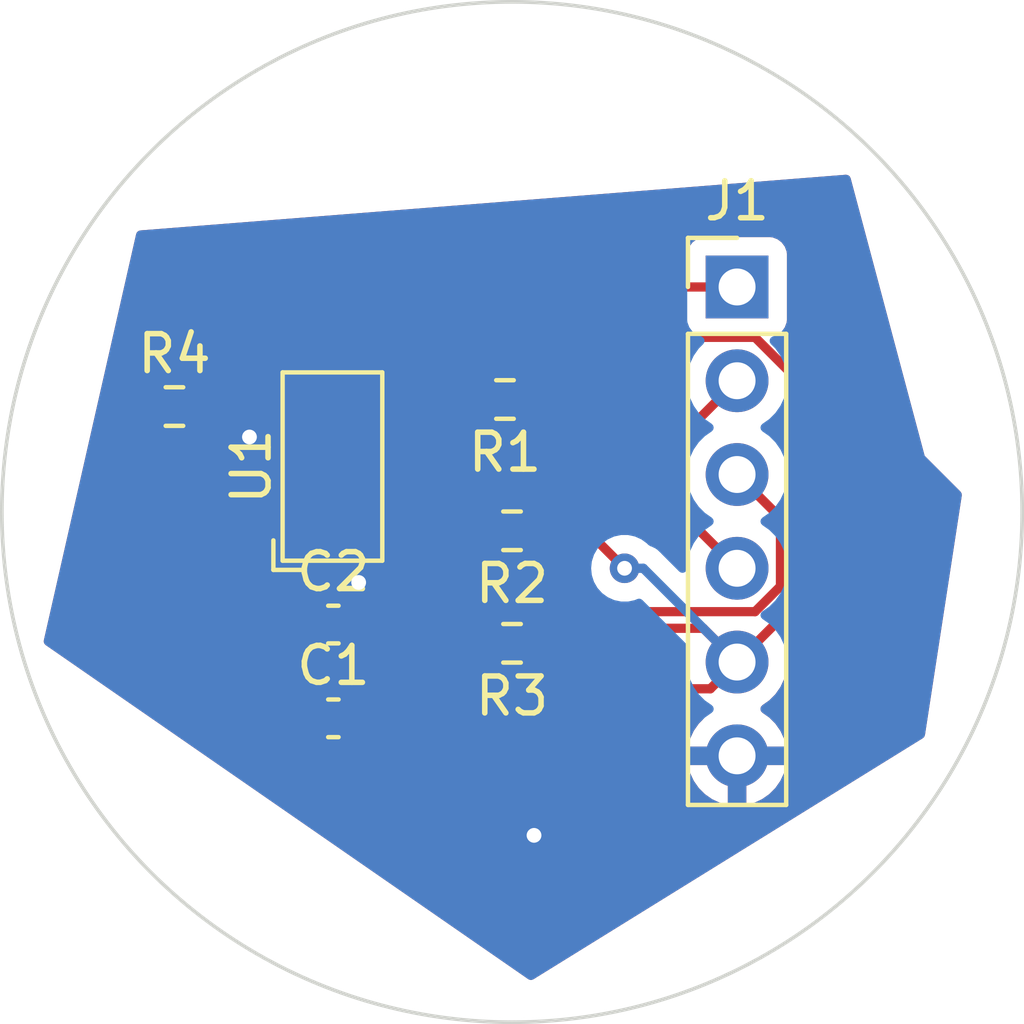
<source format=kicad_pcb>
(kicad_pcb (version 20221018) (generator pcbnew)
  (layers (0 "F.Cu" signal) (31 "B.Cu" signal) (34 "B.Paste" user) (35 "F.Paste" user) (36 "B.SilkS" user "B.Silkscreen") (37 "F.SilkS" user "F.Silkscreen") (38 "B.Mask" user) (39 "F.Mask" user) (44 "Edge.Cuts" user))
  (net 0 "")
  (net 1 "+3.3V")
  (net 2 "GND")
  (net 3 "XSHUT")
  (net 4 "INT")
  (net 5 "SCL")
  (net 6 "SDA")
  (footprint "Capacitor_SMD:C_0603_1608Metric" (layer "F.Cu") (at 154.165 93.98)
    (fp_text reference "C1" (at 0 -1.43) (layer "F.SilkS"))
    (fp_text value "4.7uF")
    (fp_line (start -0.14058 -0.51) (end 0.14058 -0.51) (stroke (width 0.12)) (layer "F.SilkS"))
    (fp_line (start -0.14058 0.51) (end 0.14058 0.51) (stroke (width 0.12)) (layer "F.SilkS"))
    (pad "1" smd roundrect (at -0.775 0) (size 0.9 0.95) (layers "F.Cu" "F.Paste" "F.Mask") (net 1 "+3.3V"))
    (pad "2" smd roundrect (at 0.775 0) (size 0.9 0.95) (layers "F.Cu" "F.Paste" "F.Mask") (net 2 "GND"))
  )
  (footprint "Connector_PinHeader_2.54mm:PinHeader_1x06_P2.54mm_Vertical" (layer "F.Cu") (at 165.1 82.296)
    (fp_text reference "J1" (at 0 -2.33) (layer "F.SilkS"))
    (fp_text value "Conn_01x06_Pin")
    (fp_line (start -1.33 -1.33) (end 0 -1.33) (stroke (width 0.12)) (layer "F.SilkS"))
    (fp_line (start -1.33 0) (end -1.33 -1.33) (stroke (width 0.12)) (layer "F.SilkS"))
    (fp_line (start -1.33 1.27) (end -1.33 14.03) (stroke (width 0.12)) (layer "F.SilkS"))
    (fp_line (start -1.33 1.27) (end 1.33 1.27) (stroke (width 0.12)) (layer "F.SilkS"))
    (fp_line (start -1.33 14.03) (end 1.33 14.03) (stroke (width 0.12)) (layer "F.SilkS"))
    (fp_line (start 1.33 1.27) (end 1.33 14.03) (stroke (width 0.12)) (layer "F.SilkS"))
    (pad "1" thru_hole rect (at 0 0) (size 1.7 1.7) (drill 1) (layers "*.Cu" "*.Mask") (net 3 "XSHUT"))
    (pad "2" thru_hole oval (at 0 2.54) (size 1.7 1.7) (drill 1) (layers "*.Cu" "*.Mask") (net 4 "INT"))
    (pad "3" thru_hole oval (at 0 5.08) (size 1.7 1.7) (drill 1) (layers "*.Cu" "*.Mask") (net 5 "SCL"))
    (pad "4" thru_hole oval (at 0 7.62) (size 1.7 1.7) (drill 1) (layers "*.Cu" "*.Mask") (net 6 "SDA"))
    (pad "5" thru_hole oval (at 0 10.16) (size 1.7 1.7) (drill 1) (layers "*.Cu" "*.Mask") (net 1 "+3.3V"))
    (pad "6" thru_hole oval (at 0 12.7) (size 1.7 1.7) (drill 1) (layers "*.Cu" "*.Mask") (net 2 "GND"))
  )
  (footprint "Resistor_SMD:R_0603_1608Metric" (layer "F.Cu") (at 159.004 88.9 180)
    (fp_text reference "R2" (at 0 -1.43) (layer "F.SilkS"))
    (fp_text value "2.2K")
    (fp_line (start -0.237258 -0.5225) (end 0.237258 -0.5225) (stroke (width 0.12)) (layer "F.SilkS"))
    (fp_line (start -0.237258 0.5225) (end 0.237258 0.5225) (stroke (width 0.12)) (layer "F.SilkS"))
    (pad "1" smd roundrect (at -0.825 0 180) (size 0.8 0.95) (layers "F.Cu" "F.Paste" "F.Mask") (net 1 "+3.3V"))
    (pad "2" smd roundrect (at 0.825 0 180) (size 0.8 0.95) (layers "F.Cu" "F.Paste" "F.Mask") (net 6 "SDA"))
  )
  (footprint "Resistor_SMD:R_0603_1608Metric" (layer "F.Cu") (at 149.86 85.535)
    (fp_text reference "R4" (at 0 -1.43) (layer "F.SilkS"))
    (fp_text value "10K")
    (fp_line (start -0.237258 -0.5225) (end 0.237258 -0.5225) (stroke (width 0.12)) (layer "F.SilkS"))
    (fp_line (start -0.237258 0.5225) (end 0.237258 0.5225) (stroke (width 0.12)) (layer "F.SilkS"))
    (pad "1" smd roundrect (at -0.825 0) (size 0.8 0.95) (layers "F.Cu" "F.Paste" "F.Mask") (net 1 "+3.3V"))
    (pad "2" smd roundrect (at 0.825 0) (size 0.8 0.95) (layers "F.Cu" "F.Paste" "F.Mask") (net 3 "XSHUT"))
  )
  (footprint "Resistor_SMD:R_0603_1608Metric" (layer "F.Cu") (at 159.004 91.948 180)
    (fp_text reference "R3" (at 0 -1.43) (layer "F.SilkS"))
    (fp_text value "2.2K")
    (fp_line (start -0.237258 -0.5225) (end 0.237258 -0.5225) (stroke (width 0.12)) (layer "F.SilkS"))
    (fp_line (start -0.237258 0.5225) (end 0.237258 0.5225) (stroke (width 0.12)) (layer "F.SilkS"))
    (pad "1" smd roundrect (at -0.825 0 180) (size 0.8 0.95) (layers "F.Cu" "F.Paste" "F.Mask") (net 1 "+3.3V"))
    (pad "2" smd roundrect (at 0.825 0 180) (size 0.8 0.95) (layers "F.Cu" "F.Paste" "F.Mask") (net 5 "SCL"))
  )
  (footprint "Resistor_SMD:R_0603_1608Metric" (layer "F.Cu") (at 158.813 85.344 180)
    (fp_text reference "R1" (at 0 -1.43) (layer "F.SilkS"))
    (fp_text value "10K")
    (fp_line (start -0.237258 -0.5225) (end 0.237258 -0.5225) (stroke (width 0.12)) (layer "F.SilkS"))
    (fp_line (start -0.237258 0.5225) (end 0.237258 0.5225) (stroke (width 0.12)) (layer "F.SilkS"))
    (pad "1" smd roundrect (at -0.825 0 180) (size 0.8 0.95) (layers "F.Cu" "F.Paste" "F.Mask") (net 1 "+3.3V"))
    (pad "2" smd roundrect (at 0.825 0 180) (size 0.8 0.95) (layers "F.Cu" "F.Paste" "F.Mask") (net 4 "INT"))
  )
  (footprint "Sensor_Distance:ST_VL53L1x" (layer "F.Cu") (at 154.14 87.16 90)
    (fp_text reference "U1" (at 0 -2.2 90) (layer "F.SilkS"))
    (fp_text value "VL53L1CXV0FY1")
    (fp_line (start -2.8 -1.6) (end -2 -1.6) (stroke (width 0.12)) (layer "F.SilkS"))
    (fp_line (start -2.8 -0.8) (end -2.8 -1.6) (stroke (width 0.12)) (layer "F.SilkS"))
    (fp_line (start -2.55 -1.35) (end -2.55 1.35) (stroke (width 0.12)) (layer "F.SilkS"))
    (fp_line (start -2.55 1.35) (end 2.55 1.35) (stroke (width 0.12)) (layer "F.SilkS"))
    (fp_line (start 2.55 -1.35) (end -2.55 -1.35) (stroke (width 0.12)) (layer "F.SilkS"))
    (fp_line (start 2.55 1.35) (end 2.55 -1.35) (stroke (width 0.12)) (layer "F.SilkS"))
    (pad "1" smd roundrect (at -1.74 -0.675 90) (size 0.38 0.25) (layers "F.Cu" "F.Paste" "F.Mask") (net 1 "+3.3V"))
    (pad "1" smd roundrect (at -1.6 -0.8 90) (size 0.5 0.5) (layers "F.Cu" "F.Paste" "F.Mask") (net 1 "+3.3V"))
    (pad "2" smd roundrect (at -0.8 -0.8 90) (size 0.5 0.5) (layers "F.Cu" "F.Paste" "F.Mask") (net 2 "GND"))
    (pad "3" smd roundrect (at 0 -0.8 90) (size 0.5 0.5) (layers "F.Cu" "F.Paste" "F.Mask") (net 2 "GND"))
    (pad "4" smd roundrect (at 0.8 -0.8 90) (size 0.5 0.5) (layers "F.Cu" "F.Paste" "F.Mask") (net 2 "GND"))
    (pad "5" smd roundrect (at 1.6 -0.8 90) (size 0.5 0.5) (layers "F.Cu" "F.Paste" "F.Mask") (net 3 "XSHUT"))
    (pad "6" smd roundrect (at 1.6 0 90) (size 0.5 0.5) (layers "F.Cu" "F.Paste" "F.Mask") (net 2 "GND"))
    (pad "7" smd roundrect (at 1.6 0.8 90) (size 0.5 0.5) (layers "F.Cu" "F.Paste" "F.Mask") (net 4 "INT"))
    (pad "8" smd roundrect (at 0.8 0.8 90) (size 0.5 0.5) (layers "F.Cu" "F.Paste" "F.Mask"))
    (pad "9" smd roundrect (at 0 0.8 90) (size 0.5 0.5) (layers "F.Cu" "F.Paste" "F.Mask") (net 6 "SDA"))
    (pad "10" smd roundrect (at -0.8 0.8 90) (size 0.5 0.5) (layers "F.Cu" "F.Paste" "F.Mask") (net 5 "SCL"))
    (pad "11" smd roundrect (at -1.6 0.8 90) (size 0.5 0.5) (layers "F.Cu" "F.Paste" "F.Mask") (net 1 "+3.3V"))
    (pad "12" smd roundrect (at -1.6 0 90) (size 0.5 0.5) (layers "F.Cu" "F.Paste" "F.Mask") (net 2 "GND"))
  )
  (footprint "Capacitor_SMD:C_0603_1608Metric" (layer "F.Cu") (at 154.165 91.44)
    (fp_text reference "C2" (at 0 -1.43) (layer "F.SilkS"))
    (fp_text value "0.1uF")
    (fp_line (start -0.14058 -0.51) (end 0.14058 -0.51) (stroke (width 0.12)) (layer "F.SilkS"))
    (fp_line (start -0.14058 0.51) (end 0.14058 0.51) (stroke (width 0.12)) (layer "F.SilkS"))
    (pad "1" smd roundrect (at -0.775 0) (size 0.9 0.95) (layers "F.Cu" "F.Paste" "F.Mask") (net 1 "+3.3V"))
    (pad "2" smd roundrect (at 0.775 0) (size 0.9 0.95) (layers "F.Cu" "F.Paste" "F.Mask") (net 2 "GND"))
  )
  (gr_circle (center 159.004 88.392) (end 147.828 80.264) (stroke (width 0.1)) (fill none) (layer "Edge.Cuts"))
  (segment (start 153.465 91.365) (end 153.39 91.44) (width 0.25) (layer "F.Cu") (net 1))
  (segment (start 166.725 84.799299) (end 166.725 90.831) (width 0.25) (layer "F.Cu") (net 1))
  (segment (start 164.376 93.18) (end 165.1 92.456) (width 0.25) (layer "F.Cu") (net 1))
  (segment (start 159.829 91.631) (end 159.919 91.541) (width 0.25) (layer "F.Cu") (net 1))
  (segment (start 153.39 91.44) (end 153.39 93.98) (width 0.25) (layer "F.Cu") (net 1))
  (segment (start 156.522 90.342) (end 156.522 93.122) (width 0.25) (layer "F.Cu") (net 1))
  (segment (start 159.829 91.948) (end 159.829 91.631) (width 0.25) (layer "F.Cu") (net 1))
  (segment (start 153.39 93.98) (end 154.19 93.18) (width 0.25) (layer "F.Cu") (net 1))
  (segment (start 153.465 88.9) (end 153.465 91.365) (width 0.25) (layer "F.Cu") (net 1))
  (segment (start 159.919 91.541) (end 164.185 91.541) (width 0.25) (layer "F.Cu") (net 1))
  (segment (start 154.19 93.18) (end 156.464 93.18) (width 0.25) (layer "F.Cu") (net 1))
  (segment (start 159.829 88.9) (end 161.036 88.9) (width 0.25) (layer "F.Cu") (net 1))
  (segment (start 164.185 91.541) (end 165.1 92.456) (width 0.25) (layer "F.Cu") (net 1))
  (segment (start 152.26 88.76) (end 153.34 88.76) (width 0.25) (layer "F.Cu") (net 1))
  (segment (start 156.522 93.122) (end 156.464 93.18) (width 0.25) (layer "F.Cu") (net 1))
  (segment (start 161.321 83.661) (end 165.586701 83.661) (width 0.25) (layer "F.Cu") (net 1))
  (segment (start 161.036 88.9) (end 162.052 89.916) (width 0.25) (layer "F.Cu") (net 1))
  (segment (start 156.464 93.18) (end 164.376 93.18) (width 0.25) (layer "F.Cu") (net 1))
  (segment (start 166.725 90.831) (end 165.1 92.456) (width 0.25) (layer "F.Cu") (net 1))
  (segment (start 165.586701 83.661) (end 166.725 84.799299) (width 0.25) (layer "F.Cu") (net 1))
  (segment (start 154.94 88.76) (end 156.522 90.342) (width 0.25) (layer "F.Cu") (net 1))
  (segment (start 159.638 85.344) (end 161.321 83.661) (width 0.25) (layer "F.Cu") (net 1))
  (segment (start 149.035 85.535) (end 152.26 88.76) (width 0.25) (layer "F.Cu") (net 1))
  (via (at 162.052 89.916) (size 0.8) (drill 0.4) (layers "F.Cu" "B.Cu") (net 1))
  (segment (start 162.052 89.916) (end 162.56 89.916) (width 0.25) (layer "B.Cu") (net 1))
  (segment (start 162.56 89.916) (end 165.1 92.456) (width 0.25) (layer "B.Cu") (net 1))
  (segment (start 154.14 88.673604) (end 154.14 88.76) (width 0.25) (layer "F.Cu") (net 2))
  (segment (start 153.426396 86.36) (end 153.34 86.36) (width 0.25) (layer "F.Cu") (net 2))
  (segment (start 153.426396 87.96) (end 154.14 88.673604) (width 0.25) (layer "F.Cu") (net 2))
  (segment (start 154.14 85.56) (end 154.14 85.646396) (width 0.25) (layer "F.Cu") (net 2))
  (segment (start 153.34 87.96) (end 153.426396 87.96) (width 0.25) (layer "F.Cu") (net 2))
  (segment (start 154.14 85.646396) (end 153.426396 86.36) (width 0.25) (layer "F.Cu") (net 2))
  (via (at 151.892 86.36) (size 0.8) (drill 0.4) (layers "F.Cu" "B.Cu") (net 2))
  (via (at 159.6 97.15) (size 0.8) (drill 0.4) (layers "F.Cu" "B.Cu") (net 2))
  (via (at 154.85 90.3) (size 0.8) (drill 0.4) (layers "F.Cu" "B.Cu") (net 2))
  (segment (start 165.1 82.296) (end 156.517604 82.296) (width 0.25) (layer "F.Cu") (net 3))
  (segment (start 153.34 85.473604) (end 153.34 85.56) (width 0.25) (layer "F.Cu") (net 3))
  (segment (start 150.71 85.56) (end 153.34 85.56) (width 0.25) (layer "F.Cu") (net 3))
  (segment (start 150.685 85.535) (end 150.71 85.56) (width 0.25) (layer "F.Cu") (net 3))
  (segment (start 156.517604 82.296) (end 153.34 85.473604) (width 0.25) (layer "F.Cu") (net 3))
  (segment (start 157.988 85.344) (end 155.156 85.344) (width 0.25) (layer "F.Cu") (net 4))
  (segment (start 155.156 85.344) (end 154.94 85.56) (width 0.25) (layer "F.Cu") (net 4))
  (segment (start 165.1 84.836) (end 163.792 86.144) (width 0.25) (layer "F.Cu") (net 4))
  (segment (start 163.792 86.144) (end 158.788 86.144) (width 0.25) (layer "F.Cu") (net 4))
  (segment (start 158.788 86.144) (end 157.988 85.344) (width 0.25) (layer "F.Cu") (net 4))
  (segment (start 156.972 91.948) (end 158.179 91.948) (width 0.25) (layer "F.Cu") (net 5))
  (segment (start 166.275 88.551) (end 165.1 87.376) (width 0.25) (layer "F.Cu") (net 5))
  (segment (start 159.036 91.091) (end 165.586701 91.091) (width 0.25) (layer "F.Cu") (net 5))
  (segment (start 154.94 87.96) (end 155.026396 87.96) (width 0.25) (layer "F.Cu") (net 5))
  (segment (start 156.972 89.905604) (end 156.972 91.948) (width 0.25) (layer "F.Cu") (net 5))
  (segment (start 165.586701 91.091) (end 166.275 90.402701) (width 0.25) (layer "F.Cu") (net 5))
  (segment (start 166.275 90.402701) (end 166.275 88.551) (width 0.25) (layer "F.Cu") (net 5))
  (segment (start 158.179 91.948) (end 159.036 91.091) (width 0.25) (layer "F.Cu") (net 5))
  (segment (start 155.026396 87.96) (end 156.972 89.905604) (width 0.25) (layer "F.Cu") (net 5))
  (segment (start 158.979 88.1) (end 163.284 88.1) (width 0.25) (layer "F.Cu") (net 6))
  (segment (start 154.94 87.16) (end 156.439 87.16) (width 0.25) (layer "F.Cu") (net 6))
  (segment (start 158.179 88.9) (end 158.979 88.1) (width 0.25) (layer "F.Cu") (net 6))
  (segment (start 163.284 88.1) (end 165.1 89.916) (width 0.25) (layer "F.Cu") (net 6))
  (segment (start 156.439 87.16) (end 158.179 88.9) (width 0.25) (layer "F.Cu") (net 6))
  (zone (net 2) (net_name "GND") (layers "F&B.Cu") (connect_pads (clearance 0.5)) (min_thickness 0.25) (fill yes (thermal_gap 0.5) (thermal_bridge_width 0.5))
    (polygon (pts (xy 170.18 86.868) (xy 168.148 79.248) (xy 148.844 80.772) (xy 146.304 91.948) (xy 159.512 101.092) (xy 170.18 94.488) (xy 171.196 87.884)))
  )
)
</source>
